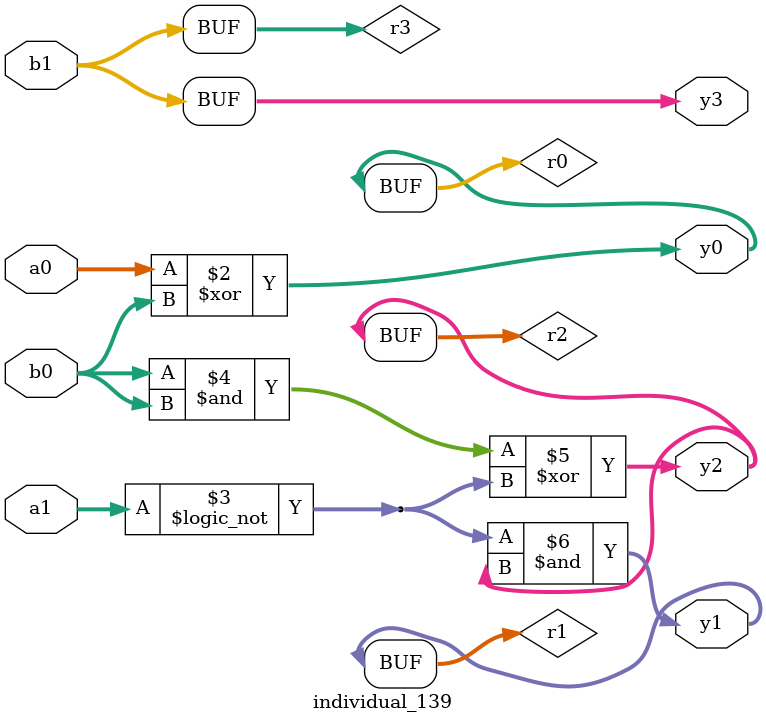
<source format=sv>
module individual_139(input logic [15:0] a1, input logic [15:0] a0, input logic [15:0] b1, input logic [15:0] b0, output logic [15:0] y3, output logic [15:0] y2, output logic [15:0] y1, output logic [15:0] y0);
logic [15:0] r0, r1, r2, r3; 
 always@(*) begin 
	 r0 = a0; r1 = a1; r2 = b0; r3 = b1; 
 	 r0  ^=  b0 ;
 	 r1 = ! r1 ;
 	 r2  &=  r2 ;
 	 r2  ^=  r1 ;
 	 r1  &=  r2 ;
 	 y3 = r3; y2 = r2; y1 = r1; y0 = r0; 
end
endmodule
</source>
